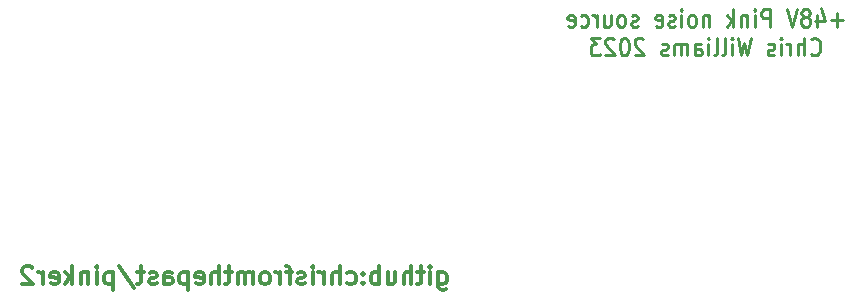
<source format=gbr>
%TF.GenerationSoftware,KiCad,Pcbnew,(6.0.0-0)*%
%TF.CreationDate,2023-11-25T22:37:42-05:00*%
%TF.ProjectId,pinker2,70696e6b-6572-4322-9e6b-696361645f70,rev?*%
%TF.SameCoordinates,Original*%
%TF.FileFunction,Legend,Bot*%
%TF.FilePolarity,Positive*%
%FSLAX46Y46*%
G04 Gerber Fmt 4.6, Leading zero omitted, Abs format (unit mm)*
G04 Created by KiCad (PCBNEW (6.0.0-0)) date 2023-11-25 22:37:42*
%MOMM*%
%LPD*%
G01*
G04 APERTURE LIST*
%ADD10C,0.300000*%
%ADD11C,0.250000*%
G04 APERTURE END LIST*
D10*
X160506000Y-106866571D02*
X160506000Y-108080857D01*
X160577428Y-108223714D01*
X160648857Y-108295142D01*
X160791714Y-108366571D01*
X161006000Y-108366571D01*
X161148857Y-108295142D01*
X160506000Y-107795142D02*
X160648857Y-107866571D01*
X160934571Y-107866571D01*
X161077428Y-107795142D01*
X161148857Y-107723714D01*
X161220285Y-107580857D01*
X161220285Y-107152285D01*
X161148857Y-107009428D01*
X161077428Y-106938000D01*
X160934571Y-106866571D01*
X160648857Y-106866571D01*
X160506000Y-106938000D01*
X159791714Y-107866571D02*
X159791714Y-106866571D01*
X159791714Y-106366571D02*
X159863142Y-106438000D01*
X159791714Y-106509428D01*
X159720285Y-106438000D01*
X159791714Y-106366571D01*
X159791714Y-106509428D01*
X159291714Y-106866571D02*
X158720285Y-106866571D01*
X159077428Y-106366571D02*
X159077428Y-107652285D01*
X159006000Y-107795142D01*
X158863142Y-107866571D01*
X158720285Y-107866571D01*
X158220285Y-107866571D02*
X158220285Y-106366571D01*
X157577428Y-107866571D02*
X157577428Y-107080857D01*
X157648857Y-106938000D01*
X157791714Y-106866571D01*
X158006000Y-106866571D01*
X158148857Y-106938000D01*
X158220285Y-107009428D01*
X156220285Y-106866571D02*
X156220285Y-107866571D01*
X156863142Y-106866571D02*
X156863142Y-107652285D01*
X156791714Y-107795142D01*
X156648857Y-107866571D01*
X156434571Y-107866571D01*
X156291714Y-107795142D01*
X156220285Y-107723714D01*
X155506000Y-107866571D02*
X155506000Y-106366571D01*
X155506000Y-106938000D02*
X155363142Y-106866571D01*
X155077428Y-106866571D01*
X154934571Y-106938000D01*
X154863142Y-107009428D01*
X154791714Y-107152285D01*
X154791714Y-107580857D01*
X154863142Y-107723714D01*
X154934571Y-107795142D01*
X155077428Y-107866571D01*
X155363142Y-107866571D01*
X155506000Y-107795142D01*
X154148857Y-107723714D02*
X154077428Y-107795142D01*
X154148857Y-107866571D01*
X154220285Y-107795142D01*
X154148857Y-107723714D01*
X154148857Y-107866571D01*
X154148857Y-106938000D02*
X154077428Y-107009428D01*
X154148857Y-107080857D01*
X154220285Y-107009428D01*
X154148857Y-106938000D01*
X154148857Y-107080857D01*
X152791714Y-107795142D02*
X152934571Y-107866571D01*
X153220285Y-107866571D01*
X153363142Y-107795142D01*
X153434571Y-107723714D01*
X153506000Y-107580857D01*
X153506000Y-107152285D01*
X153434571Y-107009428D01*
X153363142Y-106938000D01*
X153220285Y-106866571D01*
X152934571Y-106866571D01*
X152791714Y-106938000D01*
X152148857Y-107866571D02*
X152148857Y-106366571D01*
X151506000Y-107866571D02*
X151506000Y-107080857D01*
X151577428Y-106938000D01*
X151720285Y-106866571D01*
X151934571Y-106866571D01*
X152077428Y-106938000D01*
X152148857Y-107009428D01*
X150791714Y-107866571D02*
X150791714Y-106866571D01*
X150791714Y-107152285D02*
X150720285Y-107009428D01*
X150648857Y-106938000D01*
X150506000Y-106866571D01*
X150363142Y-106866571D01*
X149863142Y-107866571D02*
X149863142Y-106866571D01*
X149863142Y-106366571D02*
X149934571Y-106438000D01*
X149863142Y-106509428D01*
X149791714Y-106438000D01*
X149863142Y-106366571D01*
X149863142Y-106509428D01*
X149220285Y-107795142D02*
X149077428Y-107866571D01*
X148791714Y-107866571D01*
X148648857Y-107795142D01*
X148577428Y-107652285D01*
X148577428Y-107580857D01*
X148648857Y-107438000D01*
X148791714Y-107366571D01*
X149006000Y-107366571D01*
X149148857Y-107295142D01*
X149220285Y-107152285D01*
X149220285Y-107080857D01*
X149148857Y-106938000D01*
X149006000Y-106866571D01*
X148791714Y-106866571D01*
X148648857Y-106938000D01*
X148148857Y-106866571D02*
X147577428Y-106866571D01*
X147934571Y-107866571D02*
X147934571Y-106580857D01*
X147863142Y-106438000D01*
X147720285Y-106366571D01*
X147577428Y-106366571D01*
X147077428Y-107866571D02*
X147077428Y-106866571D01*
X147077428Y-107152285D02*
X147006000Y-107009428D01*
X146934571Y-106938000D01*
X146791714Y-106866571D01*
X146648857Y-106866571D01*
X145934571Y-107866571D02*
X146077428Y-107795142D01*
X146148857Y-107723714D01*
X146220285Y-107580857D01*
X146220285Y-107152285D01*
X146148857Y-107009428D01*
X146077428Y-106938000D01*
X145934571Y-106866571D01*
X145720285Y-106866571D01*
X145577428Y-106938000D01*
X145506000Y-107009428D01*
X145434571Y-107152285D01*
X145434571Y-107580857D01*
X145506000Y-107723714D01*
X145577428Y-107795142D01*
X145720285Y-107866571D01*
X145934571Y-107866571D01*
X144791714Y-107866571D02*
X144791714Y-106866571D01*
X144791714Y-107009428D02*
X144720285Y-106938000D01*
X144577428Y-106866571D01*
X144363142Y-106866571D01*
X144220285Y-106938000D01*
X144148857Y-107080857D01*
X144148857Y-107866571D01*
X144148857Y-107080857D02*
X144077428Y-106938000D01*
X143934571Y-106866571D01*
X143720285Y-106866571D01*
X143577428Y-106938000D01*
X143506000Y-107080857D01*
X143506000Y-107866571D01*
X143006000Y-106866571D02*
X142434571Y-106866571D01*
X142791714Y-106366571D02*
X142791714Y-107652285D01*
X142720285Y-107795142D01*
X142577428Y-107866571D01*
X142434571Y-107866571D01*
X141934571Y-107866571D02*
X141934571Y-106366571D01*
X141291714Y-107866571D02*
X141291714Y-107080857D01*
X141363142Y-106938000D01*
X141506000Y-106866571D01*
X141720285Y-106866571D01*
X141863142Y-106938000D01*
X141934571Y-107009428D01*
X140006000Y-107795142D02*
X140148857Y-107866571D01*
X140434571Y-107866571D01*
X140577428Y-107795142D01*
X140648857Y-107652285D01*
X140648857Y-107080857D01*
X140577428Y-106938000D01*
X140434571Y-106866571D01*
X140148857Y-106866571D01*
X140006000Y-106938000D01*
X139934571Y-107080857D01*
X139934571Y-107223714D01*
X140648857Y-107366571D01*
X139291714Y-106866571D02*
X139291714Y-108366571D01*
X139291714Y-106938000D02*
X139148857Y-106866571D01*
X138863142Y-106866571D01*
X138720285Y-106938000D01*
X138648857Y-107009428D01*
X138577428Y-107152285D01*
X138577428Y-107580857D01*
X138648857Y-107723714D01*
X138720285Y-107795142D01*
X138863142Y-107866571D01*
X139148857Y-107866571D01*
X139291714Y-107795142D01*
X137291714Y-107866571D02*
X137291714Y-107080857D01*
X137363142Y-106938000D01*
X137506000Y-106866571D01*
X137791714Y-106866571D01*
X137934571Y-106938000D01*
X137291714Y-107795142D02*
X137434571Y-107866571D01*
X137791714Y-107866571D01*
X137934571Y-107795142D01*
X138006000Y-107652285D01*
X138006000Y-107509428D01*
X137934571Y-107366571D01*
X137791714Y-107295142D01*
X137434571Y-107295142D01*
X137291714Y-107223714D01*
X136648857Y-107795142D02*
X136506000Y-107866571D01*
X136220285Y-107866571D01*
X136077428Y-107795142D01*
X136006000Y-107652285D01*
X136006000Y-107580857D01*
X136077428Y-107438000D01*
X136220285Y-107366571D01*
X136434571Y-107366571D01*
X136577428Y-107295142D01*
X136648857Y-107152285D01*
X136648857Y-107080857D01*
X136577428Y-106938000D01*
X136434571Y-106866571D01*
X136220285Y-106866571D01*
X136077428Y-106938000D01*
X135577428Y-106866571D02*
X135006000Y-106866571D01*
X135363142Y-106366571D02*
X135363142Y-107652285D01*
X135291714Y-107795142D01*
X135148857Y-107866571D01*
X135006000Y-107866571D01*
X133434571Y-106295142D02*
X134720285Y-108223714D01*
X132934571Y-106866571D02*
X132934571Y-108366571D01*
X132934571Y-106938000D02*
X132791714Y-106866571D01*
X132506000Y-106866571D01*
X132363142Y-106938000D01*
X132291714Y-107009428D01*
X132220285Y-107152285D01*
X132220285Y-107580857D01*
X132291714Y-107723714D01*
X132363142Y-107795142D01*
X132506000Y-107866571D01*
X132791714Y-107866571D01*
X132934571Y-107795142D01*
X131577428Y-107866571D02*
X131577428Y-106866571D01*
X131577428Y-106366571D02*
X131648857Y-106438000D01*
X131577428Y-106509428D01*
X131506000Y-106438000D01*
X131577428Y-106366571D01*
X131577428Y-106509428D01*
X130863142Y-106866571D02*
X130863142Y-107866571D01*
X130863142Y-107009428D02*
X130791714Y-106938000D01*
X130648857Y-106866571D01*
X130434571Y-106866571D01*
X130291714Y-106938000D01*
X130220285Y-107080857D01*
X130220285Y-107866571D01*
X129506000Y-107866571D02*
X129506000Y-106366571D01*
X129363142Y-107295142D02*
X128934571Y-107866571D01*
X128934571Y-106866571D02*
X129506000Y-107438000D01*
X127720285Y-107795142D02*
X127863142Y-107866571D01*
X128148857Y-107866571D01*
X128291714Y-107795142D01*
X128363142Y-107652285D01*
X128363142Y-107080857D01*
X128291714Y-106938000D01*
X128148857Y-106866571D01*
X127863142Y-106866571D01*
X127720285Y-106938000D01*
X127648857Y-107080857D01*
X127648857Y-107223714D01*
X128363142Y-107366571D01*
X127006000Y-107866571D02*
X127006000Y-106866571D01*
X127006000Y-107152285D02*
X126934571Y-107009428D01*
X126863142Y-106938000D01*
X126720285Y-106866571D01*
X126577428Y-106866571D01*
X126148857Y-106509428D02*
X126077428Y-106438000D01*
X125934571Y-106366571D01*
X125577428Y-106366571D01*
X125434571Y-106438000D01*
X125363142Y-106509428D01*
X125291714Y-106652285D01*
X125291714Y-106795142D01*
X125363142Y-107009428D01*
X126220285Y-107866571D01*
X125291714Y-107866571D01*
D11*
X194772095Y-85513642D02*
X193781619Y-85513642D01*
X194276857Y-86085071D02*
X194276857Y-84942214D01*
X192605428Y-85085071D02*
X192605428Y-86085071D01*
X192914952Y-84513642D02*
X193224476Y-85585071D01*
X192419714Y-85585071D01*
X191738761Y-85227928D02*
X191862571Y-85156500D01*
X191924476Y-85085071D01*
X191986380Y-84942214D01*
X191986380Y-84870785D01*
X191924476Y-84727928D01*
X191862571Y-84656500D01*
X191738761Y-84585071D01*
X191491142Y-84585071D01*
X191367333Y-84656500D01*
X191305428Y-84727928D01*
X191243523Y-84870785D01*
X191243523Y-84942214D01*
X191305428Y-85085071D01*
X191367333Y-85156500D01*
X191491142Y-85227928D01*
X191738761Y-85227928D01*
X191862571Y-85299357D01*
X191924476Y-85370785D01*
X191986380Y-85513642D01*
X191986380Y-85799357D01*
X191924476Y-85942214D01*
X191862571Y-86013642D01*
X191738761Y-86085071D01*
X191491142Y-86085071D01*
X191367333Y-86013642D01*
X191305428Y-85942214D01*
X191243523Y-85799357D01*
X191243523Y-85513642D01*
X191305428Y-85370785D01*
X191367333Y-85299357D01*
X191491142Y-85227928D01*
X190872095Y-84585071D02*
X190438761Y-86085071D01*
X190005428Y-84585071D01*
X188581619Y-86085071D02*
X188581619Y-84585071D01*
X188086380Y-84585071D01*
X187962571Y-84656500D01*
X187900666Y-84727928D01*
X187838761Y-84870785D01*
X187838761Y-85085071D01*
X187900666Y-85227928D01*
X187962571Y-85299357D01*
X188086380Y-85370785D01*
X188581619Y-85370785D01*
X187281619Y-86085071D02*
X187281619Y-85085071D01*
X187281619Y-84585071D02*
X187343523Y-84656500D01*
X187281619Y-84727928D01*
X187219714Y-84656500D01*
X187281619Y-84585071D01*
X187281619Y-84727928D01*
X186662571Y-85085071D02*
X186662571Y-86085071D01*
X186662571Y-85227928D02*
X186600666Y-85156500D01*
X186476857Y-85085071D01*
X186291142Y-85085071D01*
X186167333Y-85156500D01*
X186105428Y-85299357D01*
X186105428Y-86085071D01*
X185486380Y-86085071D02*
X185486380Y-84585071D01*
X185362571Y-85513642D02*
X184991142Y-86085071D01*
X184991142Y-85085071D02*
X185486380Y-85656500D01*
X183443523Y-85085071D02*
X183443523Y-86085071D01*
X183443523Y-85227928D02*
X183381619Y-85156500D01*
X183257809Y-85085071D01*
X183072095Y-85085071D01*
X182948285Y-85156500D01*
X182886380Y-85299357D01*
X182886380Y-86085071D01*
X182081619Y-86085071D02*
X182205428Y-86013642D01*
X182267333Y-85942214D01*
X182329238Y-85799357D01*
X182329238Y-85370785D01*
X182267333Y-85227928D01*
X182205428Y-85156500D01*
X182081619Y-85085071D01*
X181895904Y-85085071D01*
X181772095Y-85156500D01*
X181710190Y-85227928D01*
X181648285Y-85370785D01*
X181648285Y-85799357D01*
X181710190Y-85942214D01*
X181772095Y-86013642D01*
X181895904Y-86085071D01*
X182081619Y-86085071D01*
X181091142Y-86085071D02*
X181091142Y-85085071D01*
X181091142Y-84585071D02*
X181153047Y-84656500D01*
X181091142Y-84727928D01*
X181029238Y-84656500D01*
X181091142Y-84585071D01*
X181091142Y-84727928D01*
X180534000Y-86013642D02*
X180410190Y-86085071D01*
X180162571Y-86085071D01*
X180038761Y-86013642D01*
X179976857Y-85870785D01*
X179976857Y-85799357D01*
X180038761Y-85656500D01*
X180162571Y-85585071D01*
X180348285Y-85585071D01*
X180472095Y-85513642D01*
X180534000Y-85370785D01*
X180534000Y-85299357D01*
X180472095Y-85156500D01*
X180348285Y-85085071D01*
X180162571Y-85085071D01*
X180038761Y-85156500D01*
X178924476Y-86013642D02*
X179048285Y-86085071D01*
X179295904Y-86085071D01*
X179419714Y-86013642D01*
X179481619Y-85870785D01*
X179481619Y-85299357D01*
X179419714Y-85156500D01*
X179295904Y-85085071D01*
X179048285Y-85085071D01*
X178924476Y-85156500D01*
X178862571Y-85299357D01*
X178862571Y-85442214D01*
X179481619Y-85585071D01*
X177376857Y-86013642D02*
X177253047Y-86085071D01*
X177005428Y-86085071D01*
X176881619Y-86013642D01*
X176819714Y-85870785D01*
X176819714Y-85799357D01*
X176881619Y-85656500D01*
X177005428Y-85585071D01*
X177191142Y-85585071D01*
X177314952Y-85513642D01*
X177376857Y-85370785D01*
X177376857Y-85299357D01*
X177314952Y-85156500D01*
X177191142Y-85085071D01*
X177005428Y-85085071D01*
X176881619Y-85156500D01*
X176076857Y-86085071D02*
X176200666Y-86013642D01*
X176262571Y-85942214D01*
X176324476Y-85799357D01*
X176324476Y-85370785D01*
X176262571Y-85227928D01*
X176200666Y-85156500D01*
X176076857Y-85085071D01*
X175891142Y-85085071D01*
X175767333Y-85156500D01*
X175705428Y-85227928D01*
X175643523Y-85370785D01*
X175643523Y-85799357D01*
X175705428Y-85942214D01*
X175767333Y-86013642D01*
X175891142Y-86085071D01*
X176076857Y-86085071D01*
X174529238Y-85085071D02*
X174529238Y-86085071D01*
X175086380Y-85085071D02*
X175086380Y-85870785D01*
X175024476Y-86013642D01*
X174900666Y-86085071D01*
X174714952Y-86085071D01*
X174591142Y-86013642D01*
X174529238Y-85942214D01*
X173910190Y-86085071D02*
X173910190Y-85085071D01*
X173910190Y-85370785D02*
X173848285Y-85227928D01*
X173786380Y-85156500D01*
X173662571Y-85085071D01*
X173538761Y-85085071D01*
X172548285Y-86013642D02*
X172672095Y-86085071D01*
X172919714Y-86085071D01*
X173043523Y-86013642D01*
X173105428Y-85942214D01*
X173167333Y-85799357D01*
X173167333Y-85370785D01*
X173105428Y-85227928D01*
X173043523Y-85156500D01*
X172919714Y-85085071D01*
X172672095Y-85085071D01*
X172548285Y-85156500D01*
X171495904Y-86013642D02*
X171619714Y-86085071D01*
X171867333Y-86085071D01*
X171991142Y-86013642D01*
X172053047Y-85870785D01*
X172053047Y-85299357D01*
X171991142Y-85156500D01*
X171867333Y-85085071D01*
X171619714Y-85085071D01*
X171495904Y-85156500D01*
X171434000Y-85299357D01*
X171434000Y-85442214D01*
X172053047Y-85585071D01*
X192048285Y-88357214D02*
X192110190Y-88428642D01*
X192295904Y-88500071D01*
X192419714Y-88500071D01*
X192605428Y-88428642D01*
X192729238Y-88285785D01*
X192791142Y-88142928D01*
X192853047Y-87857214D01*
X192853047Y-87642928D01*
X192791142Y-87357214D01*
X192729238Y-87214357D01*
X192605428Y-87071500D01*
X192419714Y-87000071D01*
X192295904Y-87000071D01*
X192110190Y-87071500D01*
X192048285Y-87142928D01*
X191491142Y-88500071D02*
X191491142Y-87000071D01*
X190934000Y-88500071D02*
X190934000Y-87714357D01*
X190995904Y-87571500D01*
X191119714Y-87500071D01*
X191305428Y-87500071D01*
X191429238Y-87571500D01*
X191491142Y-87642928D01*
X190314952Y-88500071D02*
X190314952Y-87500071D01*
X190314952Y-87785785D02*
X190253047Y-87642928D01*
X190191142Y-87571500D01*
X190067333Y-87500071D01*
X189943523Y-87500071D01*
X189510190Y-88500071D02*
X189510190Y-87500071D01*
X189510190Y-87000071D02*
X189572095Y-87071500D01*
X189510190Y-87142928D01*
X189448285Y-87071500D01*
X189510190Y-87000071D01*
X189510190Y-87142928D01*
X188953047Y-88428642D02*
X188829238Y-88500071D01*
X188581619Y-88500071D01*
X188457809Y-88428642D01*
X188395904Y-88285785D01*
X188395904Y-88214357D01*
X188457809Y-88071500D01*
X188581619Y-88000071D01*
X188767333Y-88000071D01*
X188891142Y-87928642D01*
X188953047Y-87785785D01*
X188953047Y-87714357D01*
X188891142Y-87571500D01*
X188767333Y-87500071D01*
X188581619Y-87500071D01*
X188457809Y-87571500D01*
X186972095Y-87000071D02*
X186662571Y-88500071D01*
X186414952Y-87428642D01*
X186167333Y-88500071D01*
X185857809Y-87000071D01*
X185362571Y-88500071D02*
X185362571Y-87500071D01*
X185362571Y-87000071D02*
X185424476Y-87071500D01*
X185362571Y-87142928D01*
X185300666Y-87071500D01*
X185362571Y-87000071D01*
X185362571Y-87142928D01*
X184557809Y-88500071D02*
X184681619Y-88428642D01*
X184743523Y-88285785D01*
X184743523Y-87000071D01*
X183876857Y-88500071D02*
X184000666Y-88428642D01*
X184062571Y-88285785D01*
X184062571Y-87000071D01*
X183381619Y-88500071D02*
X183381619Y-87500071D01*
X183381619Y-87000071D02*
X183443523Y-87071500D01*
X183381619Y-87142928D01*
X183319714Y-87071500D01*
X183381619Y-87000071D01*
X183381619Y-87142928D01*
X182205428Y-88500071D02*
X182205428Y-87714357D01*
X182267333Y-87571500D01*
X182391142Y-87500071D01*
X182638761Y-87500071D01*
X182762571Y-87571500D01*
X182205428Y-88428642D02*
X182329238Y-88500071D01*
X182638761Y-88500071D01*
X182762571Y-88428642D01*
X182824476Y-88285785D01*
X182824476Y-88142928D01*
X182762571Y-88000071D01*
X182638761Y-87928642D01*
X182329238Y-87928642D01*
X182205428Y-87857214D01*
X181586380Y-88500071D02*
X181586380Y-87500071D01*
X181586380Y-87642928D02*
X181524476Y-87571500D01*
X181400666Y-87500071D01*
X181214952Y-87500071D01*
X181091142Y-87571500D01*
X181029238Y-87714357D01*
X181029238Y-88500071D01*
X181029238Y-87714357D02*
X180967333Y-87571500D01*
X180843523Y-87500071D01*
X180657809Y-87500071D01*
X180534000Y-87571500D01*
X180472095Y-87714357D01*
X180472095Y-88500071D01*
X179914952Y-88428642D02*
X179791142Y-88500071D01*
X179543523Y-88500071D01*
X179419714Y-88428642D01*
X179357809Y-88285785D01*
X179357809Y-88214357D01*
X179419714Y-88071500D01*
X179543523Y-88000071D01*
X179729238Y-88000071D01*
X179853047Y-87928642D01*
X179914952Y-87785785D01*
X179914952Y-87714357D01*
X179853047Y-87571500D01*
X179729238Y-87500071D01*
X179543523Y-87500071D01*
X179419714Y-87571500D01*
X177872095Y-87142928D02*
X177810190Y-87071500D01*
X177686380Y-87000071D01*
X177376857Y-87000071D01*
X177253047Y-87071500D01*
X177191142Y-87142928D01*
X177129238Y-87285785D01*
X177129238Y-87428642D01*
X177191142Y-87642928D01*
X177934000Y-88500071D01*
X177129238Y-88500071D01*
X176324476Y-87000071D02*
X176200666Y-87000071D01*
X176076857Y-87071500D01*
X176014952Y-87142928D01*
X175953047Y-87285785D01*
X175891142Y-87571500D01*
X175891142Y-87928642D01*
X175953047Y-88214357D01*
X176014952Y-88357214D01*
X176076857Y-88428642D01*
X176200666Y-88500071D01*
X176324476Y-88500071D01*
X176448285Y-88428642D01*
X176510190Y-88357214D01*
X176572095Y-88214357D01*
X176634000Y-87928642D01*
X176634000Y-87571500D01*
X176572095Y-87285785D01*
X176510190Y-87142928D01*
X176448285Y-87071500D01*
X176324476Y-87000071D01*
X175395904Y-87142928D02*
X175334000Y-87071500D01*
X175210190Y-87000071D01*
X174900666Y-87000071D01*
X174776857Y-87071500D01*
X174714952Y-87142928D01*
X174653047Y-87285785D01*
X174653047Y-87428642D01*
X174714952Y-87642928D01*
X175457809Y-88500071D01*
X174653047Y-88500071D01*
X174219714Y-87000071D02*
X173414952Y-87000071D01*
X173848285Y-87571500D01*
X173662571Y-87571500D01*
X173538761Y-87642928D01*
X173476857Y-87714357D01*
X173414952Y-87857214D01*
X173414952Y-88214357D01*
X173476857Y-88357214D01*
X173538761Y-88428642D01*
X173662571Y-88500071D01*
X174034000Y-88500071D01*
X174157809Y-88428642D01*
X174219714Y-88357214D01*
M02*

</source>
